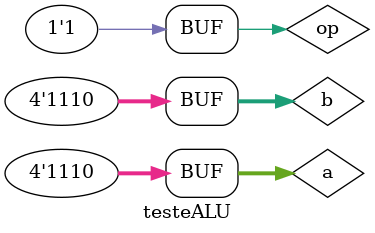
<source format=v>


module meiasoma (s0, s1, a, b);

 output s0,s1;
 input a, b;
 xor (s0,a,b);
 and (s1,a,b);
 
endmodule

// ---------------------
// -- SOMA COMPLETA
// ---------------------
module somaCompleta (s0, s1, a, b, c );

input a, b, c;
output s0, s1;

meiasoma HA1 (r,c1,a,b);
meiasoma HA2 (s0,c2,r,c);
or (s1,c2,c1);

endmodule

// ---------------------
// -- SOMA 4 bits
// ---------------------
module soma (s, a, b, op);

input  [3:0] a, b;
input op;
output [3:0] s;

xor XOR1 (n0,b[0],op);
somaCompleta FA1 (s[0],c1,a[0],n0,op);

xor XOR2 (n1,b[1],op);
somaCompleta FA2 (s[1],c2,a[1],n1,c1);

xor XOR3 (n2,b[2],op);
somaCompleta FA3 (s[2],c3,a[2],n2,c2);

xor XOR4 (n3,b[3],op);
somaCompleta FA4 (s[3],c4,a[3],n3,c3);

endmodule

// ---------------------
// -- Comparador logico 4-bits
// ---------------------
module comparadorL (s, a, b);

input [3:0] a, b;
output s;
wire [3:0] c;

xnor XNOR1 (c[0], a[0], b[0]);
xnor XNOR2 (c[1], a[1], b[1]);
xnor XNOR3 (c[2], a[2], b[2]);
xnor XNOR4 (c[3], a[3], b[3]);

and AND1 (s, c[3], c[2], c[1], c[0]);

endmodule

// ---------------------
// -- Comparador Aritimetico 4-bits
// ---------------------
module comparadorA (c1, c2, c3, a, b);

input [3:0] a, b;
output c1, c2, c3;
wire [3:0] s;

soma SOMA1 (s, a, b, 1);
comparadorL COMPARADOR1 (c2, a, b);
nor NOR1 (c1,c2,s[3]);
assign c3 = s[3];


endmodule

// ---------------------
// ------- ALU ---------
// ---------------------
module alu ( s, c1, c2, c3, a, b, op);

input  [3:0] a, b;
input op;
output [3:0] s;
output c1, c2, c3;

soma SOMA1 (s, a, b, op);
comparadorA COMPARADOR1 (c1, c2, c3, a, b);

endmodule

// ---------------------
// --- Teste ALU -------
// ---------------------
module testeALU( );

reg [3:0] a, b;
reg op = 1;

wire [3:0]s;
wire c1, c2, c3;

alu ALU1(s, c1, c2, c3, a, b, op);

  initial begin:start
   a[3]= 0; a[2]=0; a[1]=0; a[0]=0;
   b[3]= 0; b[2]=0; b[1]=0; b[0]=0;
  end

  initial begin: main
 
   $display("Exercicio 02");
   $display("Celso R Franca Jr - 404590");
   $display("\n     ALU 4bits\n");
   $display("[fator1] - [fator2] = [soma] - comparacao \n");
   $monitor("   %b   -   %b    =  %b   -   Comparacao [ maior:%b | igual:%b | menor:%b ]  ", a, b, s, c1, c2, c3 );

   #1
        a[3]= 0; a[2]=0; a[1]=0; a[0]=1;
        b[3]= 0; b[2]=0; b[1]=0; b[0]=1;
   #1
        a[3]= 0; a[2]=0; a[1]=1; a[0]=1;
        b[3]= 0; b[2]=0; b[1]=0; b[0]=1;
   #1
        a[3]= 1; a[2]=1; a[1]=0; a[0]=0;
        b[3]= 1; b[2]=1; b[1]=0; b[0]=1;
        
    #1
        a[3]= 1; a[2]=0; a[1]=0; a[0]=1;
        b[3]= 0; b[2]=0; b[1]=0; b[0]=1;
		  
	 #1
        a[3]= 1; a[2]=1; a[1]=1; a[0]=0;
        b[3]= 1; b[2]=1; b[1]=1; b[0]=0;
  
  end
endmodule

</source>
